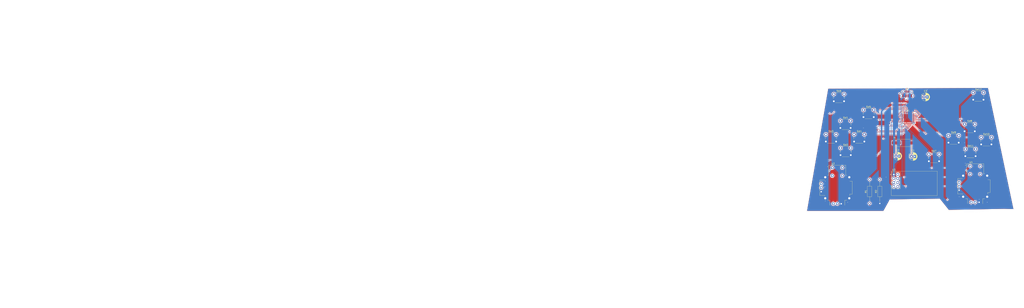
<source format=kicad_pcb>
(kicad_pcb (version 20241229) (generator "pcbnew") (generator_version "9.0")
  (layers (0 "F.Cu" signal) (2 "B.Cu" signal) (13 "F.Paste" user) (15 "B.Paste" user) (5 "F.SilkS" user "F.Silkscreen") (7 "B.SilkS" user "B.Silkscreen") (1 "F.Mask" user) (3 "B.Mask" user) (25 "Edge.Cuts" user))
  (net 0 "")
  (net 1 "GND")
  (net 2 "Net-(U1-XTAL2)")
  (net 3 "Net-(U1-XTAL1)")
  (net 4 "Net-(U1-UCAP)")
  (net 6 "+5V")
  (net 9 "Net-(J1-D-)")
  (net 16 "Net-(J1-D+)")
  (net 17 "Net-(U1-~{RESET})")
  (net 18 "Net-(U1-~{HWB}{slash}PE2)")
  (net 19 "Net-(U1-PD0)")
  (net 20 "Net-(U1-PD1)")
  (net 21 "Net-(U1-PD2)")
  (net 22 "Net-(U1-PD3)")
  (net 23 "Net-(U1-PB0)")
  (net 24 "Net-(U1-PB6)")
  (net 25 "Net-(U1-PB7)")
  (net 26 "Net-(U1-PD4)")
  (net 27 "Net-(U1-PF6)")
  (net 28 "Net-(U1-PD5)")
  (net 29 "Net-(U1-PD7)")
  (net 30 "Net-(U1-PC6)")
  (net 32 "Net-(U1-PB4)")
  (net 33 "Net-(U1-PB3)")
  (net 34 "Net-(U1-PF4)")
  (net 35 "Net-(U1-PD6)")
  (net 36 "Net-(U1-PC7)")
  (net 37 "Net-(U1-PF1)")
  (net 38 "Net-(U1-PF5)")
  (net 39 "Net-(U1-PB5)")
  (net 40 "Net-(U1-PB1)")
  (net 42 "Net-(U1-PF0)")
  (net 44 "Net-(U1-PB2)")
  (net 46 "+3.3V")
  (footprint "Button_Switch_THT:SW_PUSH_6mm_H9.5mm" (layer "F.Cu") (at 80.4938 57.5162)
    (property "Reference" "SW6")
    (property "Value" "lt")
  )
  (footprint "Capacitor_THT:CP_Radial_D5.0mm_P2.00mm" (layer "F.Cu") (at 119.92 96.7994)
    (property "Reference" "C2")
    (property "Value" "22pf")
  )
  (footprint "COM-09032:XDCR_COM-09032" (layer "F.Cu") (at 170.0776 115.8719)
    (property "Reference" "U4")
    (property "Value" "COM-09032")
  )
  (footprint "Button_Switch_THT:SW_PUSH_6mm_H9.5mm" (layer "F.Cu") (at 173.8896 84.872)
    (property "Reference" "SW10")
    (property "Value" "circle")
  )
  (footprint "Button_Switch_THT:SW_PUSH_6mm_H9.5mm" (layer "F.Cu") (at 163.8566 92.3142)
    (property "Reference" "SW11")
    (property "Value" "cross")
  )
  (footprint "Package_DFN_QFN:QFN-44-1EP_7x7mm_P0.5mm_EP5.2x5.2mm" (layer "F.Cu") (at 127.5276 72.7352)
    (property "Reference" "U1")
    (property "Value" "ATmega32U4-M")
  )
  (footprint "Resistor_THT:R_Axial_DIN0207_L6.3mm_D2.5mm_P15.24mm_Horizontal" (layer "F.Cu") (at 103.1748 126.7968 90)
    (property "Reference" "R1")
    (property "Value" "10k")
  )
  (footprint "Button_Switch_THT:SW_PUSH_6mm_H9.5mm" (layer "F.Cu") (at 163.35 76.55)
    (property "Reference" "SW8")
    (property "Value" "triangle")
  )
  (footprint "Capacitor_THT:CP_Radial_D5.0mm_P2.00mm" (layer "F.Cu") (at 129.7244 97.0026)
    (property "Reference" "C1")
    (property "Value" "22pf")
  )
  (footprint "Button_Switch_THT:SW_PUSH_6mm_H9.5mm" (layer "F.Cu") (at 93.35 83.05)
    (property "Reference" "SW4")
    (property "Value" "right")
  )
  (footprint "COM-09032:XDCR_COM-09032" (layer "F.Cu") (at 82.6762 116.8371)
    (property "Reference" "U2")
    (property "Value" "COM-09032")
  )
  (footprint "RF_Module:nRF24L01_Breakout" (layer "F.Cu") (at 118.5031 108.421)
    (property "Reference" "U3")
    (property "Value" "NRF24L01_Breakout")
  )
  (footprint "Button_Switch_THT:SW_PUSH_6mm_H9.5mm" (layer "F.Cu") (at 84.75 91.65)
    (property "Reference" "SW2")
    (property "Value" "down")
  )
  (footprint "Button_Switch_THT:SW_PUSH_6mm_H9.5mm" (layer "F.Cu") (at 140.7172 95.54)
    (property "Reference" "SW7")
    (property "Value" "start")
  )
  (footprint "Button_Switch_THT:SW_PUSH_6mm_H9.5mm" (layer "F.Cu") (at 153.15 83.75)
    (property "Reference" "SW9")
    (property "Value" "square")
  )
  (footprint "Resistor_THT:R_Axial_DIN0207_L6.3mm_D2.5mm_P15.24mm_Horizontal" (layer "F.Cu") (at 109.6518 126.7968 90)
    (property "Reference" "R2")
    (property "Value" "10k")
  )
  (footprint "Capacitor_THT:CP_Radial_D5.0mm_P2.00mm" (layer "F.Cu") (at 137.6527 59.2836)
    (property "Reference" "C3")
    (property "Value" "1uf")
  )
  (footprint "Button_Switch_THT:SW_PUSH_6mm_H9.5mm" (layer "F.Cu") (at 168.8604 56.551)
    (property "Reference" "SW12")
    (property "Value" "rt")
  )
  (footprint "Button_Switch_THT:SW_PUSH_6mm_H9.5mm" (layer "F.Cu") (at 84.65 74.45)
    (property "Reference" "SW1")
    (property "Value" "up")
  )
  (footprint "Button_Switch_THT:SW_PUSH_6mm_H9.5mm" (layer "F.Cu") (at 99.2898 67.5492)
    (property "Reference" "SW5")
    (property "Value" "select")
  )
  (footprint "Connector_USB:USB_Micro-B_Molex-105017-0001" (layer "F.Cu") (at 126.9398 57.3603)
    (property "Reference" "J1")
    (property "Value" "USB_B_Micro")
  )
  (footprint "ABLS2-8.000MHZ-D4Y-T:XTAL_ABLS2-8.000MHZ-D4Y-T" (layer "F.Cu") (at 124.8156 88.3666)
    (property "Reference" "Y1")
    (property "Value" "ABLS2-8.000MHZ-D4Y-T")
  )
  (footprint "Button_Switch_THT:SW_PUSH_6mm_H9.5mm" (layer "F.Cu") (at 75.45 83.05)
    (property "Reference" "SW3")
    (property "Value" "left")
  )
  (gr_line (start 116.2304 124.6886) (end 147.4724 124.206) (stroke (width 0.05)) (layer "Edge.Cuts"))
  (gr_line (start 76.581 53.6448) (end 62.992 131.953) (stroke (width 0.05)) (layer "Edge.Cuts"))
  (gr_line (start 194.8942 130.8354) (end 178.5366 53.1368) (stroke (width 0.05)) (layer "Edge.Cuts"))
  (gr_line (start 188.4172 130.6576) (end 194.8942 130.8354) (stroke (width 0.05)) (layer "Edge.Cuts"))
  (gr_line (start 147.4724 124.206) (end 153.1366 131.318) (stroke (width 0.05)) (layer "Edge.Cuts"))
  (gr_line (start 62.992 131.953) (end 112.1918 131.953) (stroke (width 0.05)) (layer "Edge.Cuts"))
  (gr_line (start 112.1918 131.953) (end 116.2304 124.6886) (stroke (width 0.05)) (layer "Edge.Cuts"))
  (gr_line (start 178.5366 53.1368) (end 76.581 53.6448) (stroke (width 0.05)) (layer "Edge.Cuts"))
  (gr_line (start 153.1366 131.318) (end 188.4172 130.6576) (stroke (width 0.05)) (layer "Edge.Cuts"))
  (segment (start 115.2768 108.421) (end 113.6142 110.0836) (width 0.2) (layer "F.Cu") (net 1))
  (segment (start 132.7087 97.9869) (end 131.7859 97.0641) (width 0.2) (layer "F.Cu") (net 1))
  (segment (start 128.2398 55.8978) (end 128.2398 54.9211) (width 0.2) (layer "F.Cu") (net 1))
  (segment (start 80.4938 62.0162) (end 86.9938 62.0162) (width 0.2) (layer "F.Cu") (net 1))
  (segment (start 172.6176 126.0319) (end 177.6976 126.0319) (width 0.2) (layer "F.Cu") (net 1))
  (segment (start 118.5031 108.421) (end 115.2768 108.421) (width 0.2) (layer "F.Cu") (net 1))
  (segment (start 153.15 88.25) (end 159.65 88.25) (width 0.2) (layer "F.Cu") (net 1))
  (segment (start 130.8651 75.2352) (end 130.2776 75.2352) (width 0.2) (layer "F.Cu") (net 1))
  (segment (start 93.35 87.55) (end 99.85 87.55) (width 0.2) (layer "F.Cu") (net 1))
  (segment (start 162.7128 109.4596) (end 162.4576 109.2044) (width 0.2) (layer "F.Cu") (net 1))
  (segment (start 130.8651 75.2352) (end 130.8651 75.8623) (width 0.2) (layer "F.Cu") (net 1))
  (segment (start 88.3441 126.9971) (end 85.2162 126.9971) (width 0.2) (layer "F.Cu") (net 1))
  (segment (start 168.8604 61.051) (end 175.3604 61.051) (width 0.2) (layer "F.Cu") (net 1))
  (segment (start 90.2962 123.5046) (end 106.3596 123.5046) (width 0.2) (layer "F.Cu") (net 1))
  (segment (start 163.35 81.05) (end 169.85 81.05) (width 0.2) (layer "F.Cu") (net 1))
  (segment (start 99.2898 72.0492) (end 105.7898 72.0492) (width 0.2) (layer "F.Cu") (net 1))
  (segment (start 163.35 88.25) (end 163.35 88.2476) (width 0.2) (layer "F.Cu") (net 1))
  (segment (start 84.75 96.15) (end 91.25 96.15) (width 0.2) (layer "F.Cu") (net 1))
  (segment (start 75.0562 112.6228) (end 75.0824 112.649) (width 0.2) (layer "F.Cu") (net 1))
  (segment (start 81.95 87.55) (end 93.35 87.55) (width 0.2) (layer "F.Cu") (net 1))
  (segment (start 128.2398 57.0334) (end 128.2828 57.0764) (width 0.2) (layer "F.Cu") (net 1))
  (segment (start 129.5276 69.9974) (end 129.5276 69.3977) (width 0.2) (layer "F.Cu") (net 1))
  (segment (start 125.5276 72.2352) (end 125.5276 69.3977) (width 0.2) (layer "F.Cu") (net 1))
  (segment (start 131.7859 97.0641) (end 131.7244 97.0026) (width 0.2) (layer "F.Cu") (net 1))
  (segment (start 83.3917 125.1726) (end 75.0562 125.1726) (width 0.2) (layer "F.Cu") (net 1))
  (segment (start 125.5276 72.2352) (end 126.9928 72.2352) (width 0.2) (layer "F.Cu") (net 1))
  (segment (start 91.15 78.95) (end 99.2898 78.95) (width 0.2) (layer "F.Cu") (net 1))
  (segment (start 126.5276 75.5028) (end 126.5276 76.0727) (width 0.2) (layer "F.Cu") (net 1))
  (segment (start 128.3853 73.6451) (end 128.3853 73.5929) (width 0.2) (layer "F.Cu") (net 1))
  (segment (start 128.2398 55.8978) (end 128.2398 57.0334) (width 0.2) (layer "F.Cu") (net 1))
  (segment (start 89.2302 126.111) (end 88.3441 126.9971) (width 0.2) (layer "F.Cu") (net 1))
  (segment (start 125.5276 69.3977) (end 125.5276 68.7793) (width 0.2) (layer "F.Cu") (net 1))
  (segment (start 128.2398 54.9211) (end 128.5052 54.6557) (width 0.2) (layer "F.Cu") (net 1))
  (segment (start 140.7172 100.04) (end 147.2172 100.04) (width 0.2) (layer "F.Cu") (net 1))
  (segment (start 127.0276 72.2352) (end 127.5276 72.7352) (width 0.2) (layer "F.Cu") (net 1))
  (segment (start 140.6854 97.9869) (end 132.7087 97.9869) (width 0.2) (layer "F.Cu") (net 1))
  (segment (start 85.2162 126.9971) (end 83.3917 125.1726) (width 0.2) (layer "F.Cu") (net 1))
  (segment (start 128.3853 73.5929) (end 127.5276 72.7352) (width 0.2) (layer "F.Cu") (net 1))
  (segment (start 163.8566 96.8142) (end 170.3566 96.8142) (width 0.2) (layer "F.Cu") (net 1))
  (segment (start 75.0562 123.5046) (end 90.2962 123.5046) (width 0.2) (layer "F.Cu") (net 1))
  (segment (start 130.1201 98.7299) (end 121.92 98.7299) (width 0.2) (layer "F.Cu") (net 1))
  (segment (start 128.3853 73.6451) (end 126.5276 75.5028) (width 0.2) (layer "F.Cu") (net 1))
  (segment (start 72.5162 120.9646) (end 75.0562 123.5046) (width 0.2) (layer "F.Cu") (net 1))
  (segment (start 120.0326 72.0492) (end 105.7898 72.0492) (width 0.2) (layer "F.Cu") (net 1))
  (segment (start 177.6976 109.2044) (end 177.4424 109.4596) (width 0.2) (layer "F.Cu") (net 1))
  (segment (start 75.0562 123.5046) (end 81.7237 123.5046) (width 0.2) (layer "F.Cu") (net 1))
  (segment (start 90.2962 123.5046) (end 90.2962 110.1696) (width 0.2) (layer "F.Cu") (net 1))
  (segment (start 162.4576 122.5394) (end 164.1262 124.208) (width 0.2) (layer "F.Cu") (net 1))
  (segment (start 125.5276 72.2352) (end 124.1901 72.2352) (width 0.2) (layer "F.Cu") (net 1))
  (segment (start 128.5052 54.6557) (end 139.6527 54.6557) (width 0.2) (layer "F.Cu") (net 1))
  (segment (start 123.5745 68.5073) (end 120.0326 72.0492) (width 0.2) (layer "F.Cu") (net 1))
  (segment (start 125.2556 68.5073) (end 123.5745 68.5073) (width 0.2) (layer "F.Cu") (net 1))
  (segment (start 163.35 88.25) (end 172.7676 88.25) (width 0.2) (layer "F.Cu") (net 1))
  (segment (start 74.7268 117.1665) (end 72.5162 119.3771) (width 0.2) (layer "F.Cu") (net 1))
  (segment (start 126.9928 72.2352) (end 127.2898 72.2352) (width 0.2) (layer "F.Cu") (net 1))
  (segment (start 74.8538 116.205) (end 74.7268 116.332) (width 0.2) (layer "F.Cu") (net 1))
  (segment (start 163.8566 101.3237) (end 148.5009 101.3237) (width 0.2) (layer "F.Cu") (net 1))
  (segment (start 177.4424 109.4596) (end 162.7128 109.4596) (width 0.2) (layer "F.Cu") (net 1))
  (segment (start 162.4576 122.5394) (end 159.9176 122.5394) (width 0.2) (layer "F.Cu") (net 1))
  (segment (start 75.0562 110.1696) (end 75.0562 112.6228) (width 0.2) (layer "F.Cu") (net 1))
  (segment (start 125.5276 68.7793) (end 125.2556 68.5073) (width 0.2) (layer "F.Cu") (net 1))
  (segment (start 106.3596 123.5046) (end 109.6518 126.7968) (width 0.2) (layer "F.Cu") (net 1))
  (segment (start 131.7859 97.0641) (end 130.1201 98.7299) (width 0.2) (layer "F.Cu") (net 1))
  (segment (start 148.5009 101.3237) (end 147.2172 100.04) (width 0.2) (layer "F.Cu") (net 1))
  (segment (start 126.9928 72.2352) (end 127.0276 72.2352) (width 0.2) (layer "F.Cu") (net 1))
  (segment (start 74.7268 116.332) (end 74.7268 117.1665) (width 0.2) (layer "F.Cu") (net 1))
  (segment (start 172.7676 88.25) (end 173.8896 89.372) (width 0.2) (layer "F.Cu") (net 1))
  (segment (start 81.7237 123.5046) (end 85.2162 126.9971) (width 0.2) (layer "F.Cu") (net 1))
  (segment (start 159.65 88.25) (end 163.35 88.25) (width 0.2) (layer "F.Cu") (net 1))
  (segment (start 128.6875 73.6451) (end 128.3853 73.6451) (width 0.2) (layer "F.Cu") (net 1))
  (segment (start 130.2776 75.2352) (end 128.6875 73.6451) (width 0.2) (layer "F.Cu") (net 1))
  (segment (start 72.5162 119.3771) (end 72.5162 120.9646) (width 0.2) (layer "F.Cu") (net 1))
  (segment (start 127.2898 72.2352) (end 129.5276 69.9974) (width 0.2) (layer "F.Cu") (net 1))
  (segment (start 84.65 78.95) (end 91.15 78.95) (width 0.2) (layer "F.Cu") (net 1))
  (segment (start 164.1262 124.208) (end 172.6176 124.208) (width 0.2) (layer "F.Cu") (net 1))
  (via (at 172.6176 124.208) (size 0.6) (drill 0.3) (layers "F.Cu" "B.Cu") (net 1))
  (via (at 159.9176 122.5394) (size 0.6) (drill 0.3) (layers "F.Cu" "B.Cu") (net 1))
  (via (at 139.6527 54.6557) (size 0.6) (drill 0.3) (layers "F.Cu" "B.Cu") (net 1))
  (via (at 99.2898 78.95) (size 0.6) (drill 0.3) (layers "F.Cu" "B.Cu") (net 1))
  (via (at 74.8538 116.205) (size 0.6) (drill 0.3) (layers "F.Cu" "B.Cu") (net 1))
  (via (at 163.8566 101.3237) (size 0.6) (drill 0.3) (layers "F.Cu" "B.Cu") (net 1))
  (via (at 113.6142 110.0836) (size 0.6) (drill 0.3) (layers "F.Cu" "B.Cu") (net 1))
  (via (at 128.2828 57.0764) (size 0.6) (drill 0.3) (layers "F.Cu" "B.Cu") (net 1))
  (via (at 177.6976 126.0319) (size 0.6) (drill 0.3) (layers "F.Cu" "B.Cu") (net 1))
  (via (at 121.92 98.7299) (size 0.6) (drill 0.3) (layers "F.Cu" "B.Cu") (net 1))
  (via (at 130.8651 75.8623) (size 0.6) (drill 0.3) (layers "F.Cu" "B.Cu") (net 1))
  (via (at 163.35 88.2476) (size 0.6) (drill 0.3) (layers "F.Cu" "B.Cu") (net 1))
  (via (at 140.6854 97.9869) (size 0.6) (drill 0.3) (layers "F.Cu" "B.Cu") (net 1))
  (via (at 75.0824 112.649) (size 0.6) (drill 0.3) (layers "F.Cu" "B.Cu") (net 1))
  (via (at 89.2302 126.111) (size 0.6) (drill 0.3) (layers "F.Cu" "B.Cu") (net 1))
  (via (at 75.0562 125.1726) (size 0.6) (drill 0.3) (layers "F.Cu" "B.Cu") (net 1))
  (segment (start 140.7172 100.04) (end 140.6854 100.0082) (width 0.2) (layer "B.Cu") (net 1))
  (segment (start 75.0824 112.649) (end 75.0824 115.9764) (width 0.2) (layer "B.Cu") (net 1))
  (segment (start 90.2962 125.045) (end 89.2302 126.111) (width 0.2) (layer "B.Cu") (net 1))
  (segment (start 168.5287 61.3827) (end 168.8604 61.051) (width 0.2) (layer "B.Cu") (net 1))
  (segment (start 177.6976 122.5394) (end 177.6976 109.2044) (width 0.2) (layer "B.Cu") (net 1))
  (segment (start 84.65 78.95) (end 86.9938 76.6062) (width 0.2) (layer "B.Cu") (net 1))
  (segment (start 112.5734 123.8752) (end 109.6518 126.7968) (width 0.2) (layer "B.Cu") (net 1))
  (segment (start 93.35 94.05) (end 91.25 96.15) (width 0.2) (layer "B.Cu") (net 1))
  (segment (start 90.2962 123.5046) (end 90.2962 125.045) (width 0.2) (layer "B.Cu") (net 1))
  (segment (start 86.9938 76.6062) (end 86.9938 62.0162) (width 0.2) (layer "B.Cu") (net 1))
  (segment (start 139.6527 59.2836) (end 139.6527 54.6557) (width 0.2) (layer "B.Cu") (net 1))
  (segment (start 163.35 88.2476) (end 162.5549 89.0427) (width 0.2) (layer "B.Cu") (net 1))
  (segment (start 162.5549 89.0427) (end 162.5549 95.5125) (width 0.2) (layer "B.Cu") (net 1))
  (segment (start 75.0824 115.9764) (end 74.8538 116.205) (width 0.2) (layer "B.Cu") (net 1))
  (segment (start 121.92 98.7299) (end 118.5031 102.1468) (width 0.2) (layer "B.Cu") (net 1))
  (segment (start 75.0562 123.5046) (end 75.0562 125.1726) (width 0.2) (layer "B.Cu") (net 1))
  (segment (start 93.35 87.55) (end 93.35 94.05) (width 0.2) (layer "B.Cu") (net 1))
  (segment (start 163.8566 101.3237) (end 163.8566 96.8142) (width 0.2) (layer "B.Cu") (net 1))
  (segment (start 162.4576 102.7227) (end 163.8566 101.3237) (width 0.2) (layer "B.Cu") (net 1))
  (segment (start 91.15 85.35) (end 91.15 78.95) (width 0.2) (layer "B.Cu") (net 1))
  (segment (start 113.6142 110.0836) (end 112.5734 111.1244) (width 0.2) (layer "B.Cu") (net 1))
  (segment (start 90.2962 97.1038) (end 91.25 96.15) (width 0.2) (layer "B.Cu") (net 1))
  (segment (start 99.2898 72.0492) (end 99.2898 78.95) (width 0.2) (layer "B.Cu") (net 1))
  (segment (start 172.6176 126.0319) (end 172.6176 124.208) (width 0.2) (layer "B.Cu") (net 1))
  (segment (start 90.2962 110.1696) (end 90.2962 97.1038) (width 0.2) (layer "B.Cu") (net 1))
  (segment (start 140.6854 100.0082) (end 140.6854 97.9869) (width 0.2) (layer "B.Cu") (net 1))
  (segment (start 121.92 96.7994) (end 121.92 98.7299) (width 0.2) (layer "B.Cu") (net 1))
  (segment (start 118.5031 102.1468) (end 118.5031 107.2693) (width 0.2) (layer "B.Cu") (net 1))
  (segment (start 159.9176 118.4119) (end 159.9176 122.5394) (width 0.2) (layer "B.Cu") (net 1))
  (segment (start 128.2828 73.28) (end 128.2828 57.0764) (width 0.2) (layer "B.Cu") (net 1))
  (segment (start 169.85 81.05) (end 168.5287 79.7287) (width 0.2) (layer "B.Cu") (net 1))
  (segment (start 162.5549 95.5125) (end 163.8566 96.8142) (width 0.2) (layer "B.Cu") (net 1))
  (segment (start 93.35 87.55) (end 91.15 85.35) (width 0.2) (layer "B.Cu") (net 1))
  (segment (start 112.5734 111.1244) (end 112.5734 123.8752) (width 0.2) (layer "B.Cu") (net 1))
  (segment (start 177.6976 122.5394) (end 177.6976 126.0319) (width 0.2) (layer "B.Cu") (net 1))
  (segment (start 162.4576 109.2044) (end 162.4576 102.7227) (width 0.2) (layer "B.Cu") (net 1))
  (segment (start 118.5031 108.421) (end 118.5031 107.2693) (width 0.2) (layer "B.Cu") (net 1))
  (segment (start 163.35 81.05) (end 163.35 88.2476) (width 0.2) (layer "B.Cu") (net 1))
  (segment (start 130.8651 75.8623) (end 128.2828 73.28) (width 0.2) (layer "B.Cu") (net 1))
  (segment (start 168.5287 79.7287) (end 168.5287 61.3827) (width 0.2) (layer "B.Cu") (net 1))
  (segment (start 129.5656 88.3666) (end 129.5656 89.7183) (width 0.2) (layer "F.Cu") (net 2))
  (segment (start 127.0276 76.7437) (end 127.0276 76.0727) (width 0.2) (layer "F.Cu") (net 2))
  (segment (start 129.7244 89.8771) (end 129.5656 89.7183) (width 0.2) (layer "F.Cu") (net 2))
  (segment (start 125.6799 78.0914) (end 127.0276 76.7437) (width 0.2) (layer "F.Cu") (net 2))
  (segment (start 129.7244 97.0026) (end 129.7244 89.8771) (width 0.2) (layer "F.Cu") (net 2))
  (via (at 125.6799 78.0914) (size 0.6) (drill 0.3) (layers "F.Cu" "B.Cu") (net 2))
  (segment (start 129.7244 97.0026) (end 129.7244 82.1359) (width 0.2) (layer "B.Cu") (net 2))
  (segment (start 129.7244 82.1359) (end 125.6799 78.0914) (width 0.2) (layer "B.Cu") (net 2))
  (segment (start 124.9132 79.7657) (end 127.5276 77.1513) (width 0.2) (layer "F.Cu") (net 3))
  (segment (start 127.5276 77.1513) (end 127.5276 76.0727) (width 0.2) (layer "F.Cu") (net 3))
  (segment (start 119.92 89.8639) (end 120.0656 89.7183) (width 0.2) (layer "F.Cu") (net 3))
  (segment (start 120.6246 80.0354) (end 120.8943 79.7657) (width 0.2) (layer "F.Cu") (net 3))
  (segment (start 120.0656 88.3666) (end 120.0656 89.7183) (width 0.2) (layer "F.Cu") (net 3))
  (segment (start 120.8943 79.7657) (end 124.9132 79.7657) (width 0.2) (layer "F.Cu") (net 3))
  (segment (start 119.92 96.7994) (end 119.92 89.8639) (width 0.2) (layer "F.Cu") (net 3))
  (via (at 120.6246 80.0354) (size 0.6) (drill 0.3) (layers "F.Cu" "B.Cu") (net 3))
  (segment (start 119.92 96.7994) (end 119.92 80.74) (width 0.2) (layer "B.Cu") (net 3))
  (segment (start 119.92 80.74) (end 120.6246 80.0354) (width 0.2) (layer "B.Cu") (net 3))
  (segment (start 126.1996 60.8733) (end 134.9613 60.8733) (width 0.2) (layer "F.Cu") (net 4))
  (segment (start 124.1901 72.7352) (end 123.0636 72.7352) (width 0.2) (layer "F.Cu") (net 4))
  (segment (start 134.9613 60.8733) (end 136.551 59.2836) (width 0.2) (layer "F.Cu") (net 4))
  (segment (start 123.0636 72.7352) (end 122.9443 72.6159) (width 0.2) (layer "F.Cu") (net 4))
  (segment (start 137.6527 59.2836) (end 136.551 59.2836) (width 0.2) (layer "F.Cu") (net 4))
  (via (at 126.1996 60.8733) (size 0.6) (drill 0.3) (layers "F.Cu" "B.Cu") (net 4))
  (via (at 122.9443 72.6159) (size 0.6) (drill 0.3) (layers "F.Cu" "B.Cu") (net 4))
  (segment (start 123.2344 70.3949) (end 123.4358 70.5963) (width 0.2) (layer "B.Cu") (net 4))
  (segment (start 123.4358 70.5963) (end 123.4358 72.1244) (width 0.2) (layer "B.Cu") (net 4))
  (segment (start 126.1996 60.8733) (end 123.2344 63.8385) (width 0.2) (layer "B.Cu") (net 4))
  (segment (start 123.4358 72.1244) (end 122.9443 72.6159) (width 0.2) (layer "B.Cu") (net 4))
  (segment (start 123.2344 63.8385) (end 123.2344 70.3949) (width 0.2) (layer "B.Cu") (net 4))
  (segment (start 125.6398 55.8978) (end 125.6398 54.7405) (width 0.2) (layer "F.Cu") (net 6))
  (segment (start 123.4291 70.7352) (end 123.3274 70.6335) (width 0.2) (layer "F.Cu") (net 6))
  (segment (start 83.8715 128.1924) (end 82.6762 126.9971) (width 0.2) (layer "F.Cu") (net 6))
  (segment (start 126.0276 76.0727) (end 126.0276 76.7394) (width 0.2) (layer "F.Cu") (net 6))
  (segment (start 126.0922 115.8719) (end 123.5441 115.8719) (width 0.2) (layer "F.Cu") (net 6))
  (segment (start 102.9131 128.1924) (end 83.8715 128.1924) (width 0.2) (layer "F.Cu") (net 6))
  (segment (start 111.4853 127.9307) (end 103.1748 127.9307) (width 0.2) (layer "F.Cu") (net 6))
  (segment (start 130.7573 69.3428) (end 130.0825 69.3428) (width 0.2) (layer "F.Cu") (net 6))
  (segment (start 131.437 74.7352) (end 131.7045 75.0027) (width 0.2) (layer "F.Cu") (net 6))
  (segment (start 123.5441 115.8719) (end 111.4853 127.9307) (width 0.2) (layer "F.Cu") (net 6))
  (segment (start 122.5565 70.6335) (end 121.5662 71.6238) (width 0.2) (layer "F.Cu") (net 6))
  (segment (start 76.5002 112.8531) (end 76.5002 107.1381) (width 0.2) (layer "F.Cu") (net 6))
  (segment (start 125.6398 54.7405) (end 126.4743 53.906) (width 0.2) (layer "F.Cu") (net 6))
  (segment (start 123.3274 70.6335) (end 122.5565 70.6335) (width 0.2) (layer "F.Cu") (net 6))
  (segment (start 121.5662 71.6238) (end 121.5662 72.0886) (width 0.2) (layer "F.Cu") (net 6))
  (segment (start 159.9176 115.8719) (end 126.0922 115.8719) (width 0.2) (layer "F.Cu") (net 6))
  (segment (start 72.5162 116.8371) (end 76.5002 112.8531) (width 0.2) (layer "F.Cu") (net 6))
  (segment (start 121.5662 72.0886) (end 122.7128 73.2352) (width 0.2) (layer "F.Cu") (net 6))
  (segment (start 126.0276 76.7394) (end 124.2269 78.5401) (width 0.2) (layer "F.Cu") (net 6))
  (segment (start 131.7045 75.0027) (end 131.7045 75.732) (width 0.2) (layer "F.Cu") (net 6))
  (segment (start 123.3274 70.0039) (end 123.7319 69.5994) (width 0.2) (layer "F.Cu") (net 6))
  (segment (start 124.1901 70.7352) (end 123.4291 70.7352) (width 0.2) (layer "F.Cu") (net 6))
  (segment (start 123.7319 69.5994) (end 123.837 69.5994) (width 0.2) (layer "F.Cu") (net 6))
  (segment (start 123.3274 70.6335) (end 123.3274 70.0039) (width 0.2) (layer "F.Cu") (net 6))
  (segment (start 124.2269 78.5401) (end 121.9101 78.5401) (width 0.2) (layer "F.Cu") (net 6))
  (segment (start 103.1748 126.7968) (end 103.1748 127.9307) (width 0.2) (layer "F.Cu") (net 6))
  (segment (start 123.837 69.5994) (end 124.0387 69.3977) (width 0.2) (layer "F.Cu") (net 6))
  (segment (start 124.0387 69.3977) (end 125.0276 69.3977) (width 0.2) (layer "F.Cu") (net 6))
  (segment (start 76.5002 107.1381) (end 79.5012 104.1371) (width 0.2) (layer "F.Cu") (net 6))
  (segment (start 126.4743 53.906) (end 127.2107 53.906) (width 0.2) (layer "F.Cu") (net 6))
  (segment (start 122.7128 73.2352) (end 124.1901 73.2352) (width 0.2) (layer "F.Cu") (net 6))
  (segment (start 130.0825 69.3428) (end 130.0276 69.3977) (width 0.2) (layer "F.Cu") (net 6))
  (segment (start 103.1748 127.9307) (end 102.9131 128.1924) (width 0.2) (layer "F.Cu") (net 6))
  (segment (start 130.8651 74.7352) (end 131.437 74.7352) (width 0.2) (layer "F.Cu") (net 6))
  (via (at 127.2107 53.906) (size 0.6) (drill 0.3) (layers "F.Cu" "B.Cu") (net 6))
  (via (at 131.7045 75.732) (size 0.6) (drill 0.3) (layers "F.Cu" "B.Cu") (net 6))
  (via (at 121.9101 78.5401) (size 0.6) (drill 0.3) (layers "F.Cu" "B.Cu") (net 6))
  (via (at 124.2269 78.5401) (size 0.6) (drill 0.3) (layers "F.Cu" "B.Cu") (net 6))
  (via (at 126.0922 115.8719) (size 0.6) (drill 0.3) (layers "F.Cu" "B.Cu") (net 6))
  (via (at 123.837 69.5994) (size 0.6) (drill 0.3) (layers "F.Cu" "B.Cu") (net 6))
  (via (at 130.7573 69.3428) (size 0.6) (drill 0.3) (layers "F.Cu" "B.Cu") (net 6))
  (segment (start 125.0611 64.6593) (end 127.2107 62.5097) (width 0.2) (layer "B.Cu") (net 6))
  (segment (start 130.6303 76.4942) (end 126.815 72.6789) (width 0.2) (layer "B.Cu") (net 6))
  (segment (start 123.837 69.5994) (end 123.9309 69.6933) (width 0.2) (layer "B.Cu") (net 6))
  (segment (start 126.815 66.4132) (end 125.0611 64.6593) (width 0.2) (layer "B.Cu") (net 6))
  (segment (start 123.837 69.5994) (end 123.837 65.3204) (width 0.2) (layer "B.Cu") (net 6))
  (segment (start 127.2107 62.5097) (end 127.2107 53.906) (width 0.2) (layer "B.Cu") (net 6))
  (segment (start 123.837 65.3204) (end 124.4981 64.6593) (width 0.2) (layer "B.Cu") (net 6))
  (segment (start 124.2269 78.5401) (end 124.2269 114.0066) (width 0.2) (layer "B.Cu") (net 6))
  (segment (start 130.7573 74.7848) (end 130.7573 69.3428) (width 0.2) (layer "B.Cu") (net 6))
  (segment (start 124.4981 64.6593) (end 125.0611 64.6593) (width 0.2) (layer "B.Cu") (net 6))
  (segment (start 123.9309 72.6596) (end 121.9101 74.6804) (width 0.2) (layer "B.Cu") (net 6))
  (segment (start 131.102 76.4942) (end 130.6303 76.4942) (width 0.2) (layer "B.Cu") (net 6))
  (segment (start 164.4568 105.6177) (end 166.9026 103.1719) (width 0.2) (layer "B.Cu") (net 6))
  (segment (start 123.9309 69.6933) (end 123.9309 72.6596) (width 0.2) (layer "B.Cu") (net 6))
  (segment (start 164.4568 111.3327) (end 164.4568 105.6177) (width 0.2) (layer "B.Cu") (net 6))
  (segment (start 159.9176 115.8719) (end 164.4568 111.3327) (width 0.2) (layer "B.Cu") (net 6))
  (segment (start 131.7045 75.8917) (end 131.102 76.4942) (width 0.2) (layer "B.Cu") (net 6))
  (segment (start 82.6762 107.3121) (end 79.5012 104.1371) (width 0.2) (layer "B.Cu") (net 6))
  (segment (start 131.7045 75.732) (end 131.7045 75.8917) (width 0.2) (layer "B.Cu") (net 6))
  (segment (start 126.815 72.6789) (end 126.815 66.4132) (width 0.2) (layer "B.Cu") (net 6))
  (segment (start 170.0776 126.0319) (end 159.9176 115.8719) (width 0.2) (layer "B.Cu") (net 6))
  (segment (start 82.6762 126.9971) (end 82.6762 107.3121) (width 0.2) (layer "B.Cu") (net 6))
  (segment (start 131.7045 75.732) (end 130.7573 74.7848) (width 0.2) (layer "B.Cu") (net 6))
  (segment (start 121.9101 74.6804) (end 121.9101 78.5401) (width 0.2) (layer "B.Cu") (net 6))
  (segment (start 124.2269 114.0066) (end 126.0922 115.8719) (width 0.2) (layer "B.Cu") (net 6))
  (segment (start 126.3679 54.9211) (end 126.5788 54.7102) (width 0.2) (layer "F.Cu") (net 9))
  (segment (start 124.1901 71.2352) (end 122.8092 71.2352) (width 0.2) (layer "F.Cu") (net 9))
  (segment (start 126.2898 55.8978) (end 126.2898 54.9211) (width 0.2) (layer "F.Cu") (net 9))
  (segment (start 126.2898 54.9211) (end 126.3679 54.9211) (width 0.2) (layer "F.Cu") (net 9))
  (via (at 126.5788 54.7102) (size 0.6) (drill 0.3) (layers "F.Cu" "B.Cu") (net 9))
  (via (at 122.8092 71.2352) (size 0.6) (drill 0.3) (layers "F.Cu" "B.Cu") (net 9))
  (segment (start 126.5788 58.9044) (end 122.8092 62.674) (width 0.2) (layer "B.Cu") (net 9))
  (segment (start 122.8092 62.674) (end 122.8092 71.2352) (width 0.2) (layer "B.Cu") (net 9))
  (segment (start 126.5788 54.7102) (end 126.5788 58.9044) (width 0.2) (layer "B.Cu") (net 9))
  (segment (start 126.9398 56.8745) (end 126.766 57.0483) (width 0.2) (layer "F.Cu") (net 16))
  (segment (start 123.2835 71.8369) (end 123.3852 71.7352) (width 0.2) (layer "F.Cu") (net 16))
  (segment (start 126.766 57.0483) (end 122.1162 57.0483) (width 0.2) (layer "F.Cu") (net 16))
  (segment (start 122.2179 71.8369) (end 123.2835 71.8369) (width 0.2) (layer "F.Cu") (net 16))
  (segment (start 123.3852 71.7352) (end 124.1901 71.7352) (width 0.2) (layer "F.Cu") (net 16))
  (segment (start 126.9398 55.8978) (end 126.9398 56.8745) (width 0.2) (layer "F.Cu") (net 16))
  (via (at 122.2179 71.8369) (size 0.6) (drill 0.3) (layers "F.Cu" "B.Cu") (net 16))
  (via (at 122.1162 57.0483) (size 0.6) (drill 0.3) (layers "F.Cu" "B.Cu") (net 16))
  (segment (start 122.1162 57.0483) (end 122.1162 71.7352) (width 0.2) (layer "B.Cu") (net 16))
  (segment (start 122.1162 71.7352) (end 122.2179 71.8369) (width 0.2) (layer "B.Cu") (net 16))
  (segment (start 124.2704 77.9109) (end 108.3938 77.9109) (width 0.2) (layer "F.Cu") (net 17))
  (segment (start 125.5276 76.0727) (end 125.5276 76.6537) (width 0.2) (layer "F.Cu") (net 17))
  (segment (start 125.5276 76.6537) (end 124.2704 77.9109) (width 0.2) (layer "F.Cu") (net 17))
  (via (at 108.3938 77.9109) (size 0.6) (drill 0.3) (layers "F.Cu" "B.Cu") (net 17))
  (segment (start 108.3938 77.9109) (end 108.3938 105.2361) (width 0.2) (layer "B.Cu") (net 17))
  (segment (start 108.3938 105.2361) (end 103.1748 110.4551) (width 0.2) (layer "B.Cu") (net 17))
  (segment (start 103.1748 111.5568) (end 103.1748 110.4551) (width 0.2) (layer "B.Cu") (net 17))
  (segment (start 132.1415 67.2953) (end 110.0747 67.2953) (width 0.2) (layer "F.Cu") (net 18))
  (segment (start 132.2578 69.8673) (end 133.2022 68.9229) (width 0.2) (layer "F.Cu") (net 18))
  (segment (start 133.2022 68.356) (end 132.1415 67.2953) (width 0.2) (layer "F.Cu") (net 18))
  (segment (start 130.8651 70.2352) (end 131.233 69.8673) (width 0.2) (layer "F.Cu") (net 18))
  (segment (start 131.233 69.8673) (end 132.2578 69.8673) (width 0.2) (layer "F.Cu") (net 18))
  (segment (start 133.2022 68.9229) (end 133.2022 68.356) (width 0.2) (layer "F.Cu") (net 18))
  (segment (start 110.0747 67.2953) (end 109.881 67.489) (width 0.2) (layer "F.Cu") (net 18))
  (via (at 109.881 67.489) (size 0.6) (drill 0.3) (layers "F.Cu" "B.Cu") (net 18))
  (segment (start 109.6518 111.5568) (end 109.6518 67.7182) (width 0.2) (layer "B.Cu") (net 18))
  (segment (start 109.6518 67.7182) (end 109.881 67.489) (width 0.2) (layer "B.Cu") (net 18))
  (segment (start 128.0276 76.0727) (end 128.0276 77.2496) (width 0.2) (layer "F.Cu") (net 19))
  (segment (start 125.1098 80.1674) (end 124.5418 80.1674) (width 0.2) (layer "F.Cu") (net 19))
  (segment (start 124.5418 80.1674) (end 123.9812 80.728) (width 0.2) (layer "F.Cu") (net 19))
  (segment (start 123.9812 80.728) (end 109.8057 80.728) (width 0.2) (layer "F.Cu") (net 19))
  (segment (start 128.0276 77.2496) (end 125.1098 80.1674) (width 0.2) (layer "F.Cu") (net 19))
  (segment (start 84.65 74.45) (end 91.15 74.45) (width 0.2) (layer "F.Cu") (net 19))
  (segment (start 109.8057 80.728) (end 103.5277 74.45) (width 0.2) (layer "F.Cu") (net 19))
  (segment (start 103.5277 74.45) (end 91.15 74.45) (width 0.2) (layer "F.Cu") (net 19))
  (segment (start 124.9909 80.5691) (end 125.1109 80.6891) (width 0.2) (layer "F.Cu") (net 20))
  (segment (start 125.1109 80.6891) (end 125.1935 80.6891) (width 0.2) (layer "F.Cu") (net 20))
  (segment (start 90.5118 81.1297) (end 124.1475 81.1297) (width 0.2) (layer "F.Cu") (net 20))
  (segment (start 91.25 91.65) (end 84.75 91.65) (width 0.2) (layer "F.Cu") (net 20))
  (segment (start 128.5276 77.355) (end 128.5276 76.0727) (width 0.2) (layer "F.Cu") (net 20))
  (segment (start 124.1475 81.1297) (end 124.7081 80.5691) (width 0.2) (layer "F.Cu") (net 20))
  (segment (start 125.1935 80.6891) (end 128.5276 77.355) (width 0.2) (layer "F.Cu") (net 20))
  (segment (start 124.7081 80.5691) (end 124.9909 80.5691) (width 0.2) (layer "F.Cu") (net 20))
  (via (at 90.5118 81.1297) (size 0.6) (drill 0.3) (layers "F.Cu" "B.Cu") (net 20))
  (segment (start 91.25 91.65) (end 90.5118 90.9118) (width 0.2) (layer "B.Cu") (net 20))
  (segment (start 90.5118 90.9118) (end 90.5118 81.1297) (width 0.2) (layer "B.Cu") (net 20))
  (segment (start 124.7505 81.1321) (end 125.3185 81.1321) (width 0.2) (layer "F.Cu") (net 21))
  (segment (start 128.9293 77.5213) (end 128.9293 76.9533) (width 0.2) (layer "F.Cu") (net 21))
  (segment (start 125.3185 81.1321) (end 128.9293 77.5213) (width 0.2) (layer "F.Cu") (net 21))
  (segment (start 124.1343 81.7483) (end 124.7505 81.1321) (width 0.2) (layer "F.Cu") (net 21))
  (segment (start 128.9293 76.9533) (end 129.0276 76.855) (width 0.2) (layer "F.Cu") (net 21))
  (segment (start 81.95 83.05) (end 83.2517 81.7483) (width 0.2) (layer "F.Cu") (net 21))
  (segment (start 129.0276 76.855) (end 129.0276 76.0727) (width 0.2) (layer "F.Cu") (net 21))
  (segment (start 83.2517 81.7483) (end 124.1343 81.7483) (width 0.2) (layer "F.Cu") (net 21))
  (segment (start 129.5276 77.491) (end 129.5276 76.0727) (width 0.2) (layer "F.Cu") (net 22))
  (segment (start 99.85 83.05) (end 123.9686 83.05) (width 0.2) (layer "F.Cu") (net 22))
  (segment (start 123.9686 83.05) (end 129.5276 77.491) (width 0.2) (layer "F.Cu") (net 22))
  (segment (start 93.35 83.05) (end 99.85 83.05) (width 0.2) (layer "F.Cu") (net 22))
  (segment (start 124.1901 73.7352) (end 109.0395 73.7352) (width 0.2) (layer "F.Cu") (net 23))
  (segment (start 105.7898 67.5492) (end 99.2898 67.5492) (width 0.2) (layer "F.Cu") (net 23))
  (via (at 109.0395 73.7352) (size 0.6) (drill 0.3) (layers "F.Cu" "B.Cu") (net 23))
  (segment (start 109.0395 70.7989) (end 109.0395 73.7352) (width 0.2) (layer "B.Cu") (net 23))
  (segment (start 105.7898 67.5492) (end 109.0395 70.7989) (width 0.2) (layer "B.Cu") (net 23))
  (segment (start 132.3985 66.2904) (end 123.9061 66.2904) (width 0.2) (layer "F.Cu") (net 24))
  (segment (start 130.9274 71.7975) (end 132.4948 71.7975) (width 0.2) (layer "F.Cu") (net 24))
  (segment (start 134.0569 67.9488) (end 132.3985 66.2904) (width 0.2) (layer "F.Cu") (net 24))
  (segment (start 132.4948 71.7975) (end 134.0569 70.2354) (width 0.2) (layer "F.Cu") (net 24))
  (segment (start 130.8651 71.7352) (end 130.9274 71.7975) (width 0.2) (layer "F.Cu") (net 24))
  (segment (start 86.9938 57.5162) (end 80.4938 57.5162) (width 0.2) (layer "F.Cu") (net 24))
  (segment (start 123.8463 66.2306) (end 95.7082 66.2306) (width 0.2) (layer "F.Cu") (net 24))
  (segment (start 134.0569 70.2354) (end 134.0569 67.9488) (width 0.2) (layer "F.Cu") (net 24))
  (segment (start 123.9061 66.2904) (end 123.8463 66.2306) (width 0.2) (layer "F.Cu") (net 24))
  (segment (start 95.7082 66.2306) (end 86.9938 57.5162) (width 0.2) (layer "F.Cu") (net 24))
  (segment (start 125.0276 76.0727) (end 124.3915 76.0727) (width 0.2) (layer "F.Cu") (net 25))
  (segment (start 147.2172 95.54) (end 140.7172 95.54) (width 0.2) (layer "F.Cu") (net 25))
  (via (at 124.3915 76.0727) (size 0.6) (drill 0.3) (layers "F.Cu" "B.Cu") (net 25))
  (segment (start 124.3915 76.0727) (end 124.5622 76.0727) (width 0.2) (layer "B.Cu") (net 25))
  (segment (start 124.5622 76.0727) (end 140.7172 92.2277) (width 0.2) (layer "B.Cu") (net 25))
  (segment (start 140.7172 92.2277) (end 140.7172 95.54) (width 0.2) (layer "B.Cu") (net 25))
  (segment (start 160.0188 74.2352) (end 162.3336 76.55) (width 0.2) (layer "F.Cu") (net 26))
  (segment (start 169.85 76.55) (end 163.35 76.55) (width 0.2) (layer "F.Cu") (net 26))
  (segment (start 130.8651 74.2352) (end 160.0188 74.2352) (width 0.2) (layer "F.Cu") (net 26))
  (segment (start 162.3336 76.55) (end 163.35 76.55) (width 0.2) (layer "F.Cu") (net 26))
  (segment (start 128.8025 68.5242) (end 131.4698 68.5242) (width 0.2) (layer "F.Cu") (net 27))
  (segment (start 159.65 83.75) (end 153.15 83.75) (width 0.2) (layer "F.Cu") (net 27))
  (segment (start 131.5933 68.6477) (end 132.5869 68.6477) (width 0.2) (layer "F.Cu") (net 27))
  (segment (start 140.0618 83.75) (end 138.8364 82.5246) (width 0.2) (layer "F.Cu") (net 27))
  (segment (start 153.15 83.75) (end 140.0618 83.75) (width 0.2) (layer "F.Cu") (net 27))
  (segment (start 131.4698 68.5242) (end 131.5933 68.6477) (width 0.2) (layer "F.Cu") (net 27))
  (segment (start 128.5276 69.3977) (end 128.5276 68.7991) (width 0.2) (layer "F.Cu") (net 27))
  (segment (start 128.5276 68.7991) (end 128.8025 68.5242) (width 0.2) (layer "F.Cu") (net 27))
  (via (at 132.5869 68.6477) (size 0.6) (drill 0.3) (layers "F.Cu" "B.Cu") (net 27))
  (via (at 138.8364 82.5246) (size 0.6) (drill 0.3) (layers "F.Cu" "B.Cu") (net 27))
  (segment (start 134.9281 78.6163) (end 134.9281 70.9889) (width 0.2) (layer "B.Cu") (net 27))
  (segment (start 138.8364 82.5246) (end 134.9281 78.6163) (width 0.2) (layer "B.Cu") (net 27))
  (segment (start 134.9281 70.9889) (end 132.5869 68.6477) (width 0.2) (layer "B.Cu") (net 27))
  (segment (start 160.5613 81.9169) (end 163.5164 84.872) (width 0.2) (layer "F.Cu") (net 28))
  (segment (start 135.8718 81.9169) (end 160.5613 81.9169) (width 0.2) (layer "F.Cu") (net 28))
  (segment (start 163.5164 84.872) (end 173.8896 84.872) (width 0.2) (layer "F.Cu") (net 28))
  (segment (start 130.0276 76.0727) (end 135.8718 81.9169) (width 0.2) (layer "F.Cu") (net 28))
  (segment (start 161.2894 73.2264) (end 130.8739 73.2264) (width 0.2) (layer "F.Cu") (net 29))
  (segment (start 170.3566 92.3142) (end 163.8566 92.3142) (width 0.2) (layer "F.Cu") (net 29))
  (segment (start 130.8739 73.2264) (end 130.8651 73.2352) (width 0.2) (layer "F.Cu") (net 29))
  (via (at 161.2894 73.2264) (size 0.6) (drill 0.3) (layers "F.Cu" "B.Cu") (net 29))
  (segment (start 161.2894 77.0518) (end 161.2894 73.2264) (width 0.2) (layer "B.Cu") (net 29))
  (segment (start 163.8566 92.3142) (end 164.6517 91.5191) (width 0.2) (layer "B.Cu") (net 29))
  (segment (start 164.6517 91.5191) (end 164.6517 80.4141) (width 0.2) (layer "B.Cu") (net 29))
  (segment (start 164.6517 80.4141) (end 161.2894 77.0518) (width 0.2) (layer "B.Cu") (net 29))
  (segment (start 133.6245 69.6014) (end 133.6245 68.1533) (width 0.2) (layer "F.Cu") (net 30))
  (segment (start 132.3285 71.3958) (end 132.681 71.0433) (width 0.2) (layer "F.Cu") (net 30))
  (segment (start 132.681 71.0433) (end 132.681 70.5449) (width 0.2) (layer "F.Cu") (net 30))
  (segment (start 109.6028 66.8657) (end 107.6176 68.8509) (width 0.2) (layer "F.Cu") (net 30))
  (segment (start 131.8286 71.3958) (end 132.3285 71.3958) (width 0.2) (layer "F.Cu") (net 30))
  (segment (start 133.6245 68.1533) (end 132.3369 66.8657) (width 0.2) (layer "F.Cu") (net 30))
  (segment (start 131.668 71.2352) (end 131.8286 71.3958) (width 0.2) (layer "F.Cu") (net 30))
  (segment (start 107.6176 68.8509) (end 80.6483 68.8509) (width 0.2) (layer "F.Cu") (net 30))
  (segment (start 130.8651 71.2352) (end 131.668 71.2352) (width 0.2) (layer "F.Cu") (net 30))
  (segment (start 132.3369 66.8657) (end 109.6028 66.8657) (width 0.2) (layer "F.Cu") (net 30))
  (segment (start 132.681 70.5449) (end 133.6245 69.6014) (width 0.2) (layer "F.Cu") (net 30))
  (via (at 80.6483 68.8509) (size 0.6) (drill 0.3) (layers "F.Cu" "B.Cu") (net 30))
  (segment (start 79.5012 109.2171) (end 78.2789 107.9948) (width 0.2) (layer "B.Cu") (net 30))
  (segment (start 78.2789 107.9948) (end 78.2789 71.2203) (width 0.2) (layer "B.Cu") (net 30))
  (segment (start 78.2789 71.2203) (end 80.6483 68.8509) (width 0.2) (layer "B.Cu") (net 30))
  (segment (start 130.8651 72.7352) (end 132.708 72.7352) (width 0.2) (layer "F.Cu") (net 32))
  (segment (start 132.5656 65.2624) (end 124.813 65.2624) (width 0.2) (layer "F.Cu") (net 32))
  (segment (start 132.708 72.7352) (end 134.9162 70.527) (width 0.2) (layer "F.Cu") (net 32))
  (segment (start 134.9162 70.527) (end 134.9162 67.613) (width 0.2) (layer "F.Cu") (net 32))
  (segment (start 134.9162 67.613) (end 132.5656 65.2624) (width 0.2) (layer "F.Cu") (net 32))
  (via (at 124.813 65.2624) (size 0.6) (drill 0.3) (layers "F.Cu" "B.Cu") (net 32))
  (segment (start 123.3647 77.2446) (end 123.5153 77.3952) (width 0.2) (layer "B.Cu") (net 32))
  (segment (start 124.813 72.5911) (end 123.3647 74.0394) (width 0.2) (layer "B.Cu") (net 32))
  (segment (start 123.5153 77.3952) (end 123.5153 108.4888) (width 0.2) (layer "B.Cu") (net 32))
  (segment (start 124.813 65.2624) (end 124.813 72.5911) (width 0.2) (layer "B.Cu") (net 32))
  (segment (start 123.3647 74.0394) (end 123.3647 77.2446) (width 0.2) (layer "B.Cu") (net 32))
  (segment (start 123.5153 108.4888) (end 121.0431 110.961) (width 0.2) (layer "B.Cu") (net 32))
  (segment (start 124.1901 75.2352) (end 122.3227 77.1026) (width 0.2) (layer "F.Cu") (net 33))
  (segment (start 122.3227 77.1026) (end 116.2926 77.1026) (width 0.2) (layer "F.Cu") (net 33))
  (via (at 116.2926 77.1026) (size 0.6) (drill 0.3) (layers "F.Cu" "B.Cu") (net 33))
  (segment (start 116.2926 77.1026) (end 116.2926 113.8305) (width 0.2) (layer "B.Cu") (net 33))
  (segment (start 116.2926 113.8305) (end 118.5031 116.041) (width 0.2) (layer "B.Cu") (net 33))
  (segment (start 126.6585 67.9074) (end 126.2133 67.9074) (width 0.2) (layer "F.Cu") (net 34))
  (segment (start 159.9176 113.3319) (end 156.6892 110.1035) (width 0.2) (layer "F.Cu") (net 34))
  (segment (start 127.5276 69.3977) (end 127.5276 68.7765) (width 0.2) (layer "F.Cu") (net 34))
  (segment (start 156.6892 110.1035) (end 125.0706 110.1035) (width 0.2) (layer "F.Cu") (net 34))
  (segment (start 127.5276 68.7765) (end 126.6585 67.9074) (width 0.2) (layer "F.Cu") (net 34))
  (via (at 126.2133 67.9074) (size 0.6) (drill 0.3) (layers "F.Cu" "B.Cu") (net 34))
  (via (at 125.0706 110.1035) (size 0.6) (drill 0.3) (layers "F.Cu" "B.Cu") (net 34))
  (segment (start 126.2133 73.2533) (end 123.767 75.6996) (width 0.2) (layer "B.Cu") (net 34))
  (segment (start 126.2133 67.9074) (end 126.2133 73.2533) (width 0.2) (layer "B.Cu") (net 34))
  (segment (start 125.0706 78.3308) (end 125.0706 110.1035) (width 0.2) (layer "B.Cu") (net 34))
  (segment (start 123.767 77.0272) (end 125.0706 78.3308) (width 0.2) (layer "B.Cu") (net 34))
  (segment (start 123.767 75.6996) (end 123.767 77.0272) (width 0.2) (layer "B.Cu") (net 34))
  (segment (start 160.4625 73.8281) (end 160.3696 73.7352) (width 0.2) (layer "F.Cu") (net 35))
  (segment (start 175.3604 56.551) (end 168.8604 56.551) (width 0.2) (layer "F.Cu") (net 35))
  (segment (start 160.3696 73.7352) (end 130.8651 73.7352) (width 0.2) (layer "F.Cu") (net 35))
  (via (at 160.4625 73.8281) (size 0.6) (drill 0.3) (layers "F.Cu" "B.Cu") (net 35))
  (segment (start 168.8604 56.551) (end 160.4625 64.9489) (width 0.2) (layer "B.Cu") (net 35))
  (segment (start 160.4625 64.9489) (end 160.4625 73.8281) (width 0.2) (layer "B.Cu") (net 35))
  (segment (start 130.924 70.7941) (end 132.0777 70.7941) (width 0.2) (layer "F.Cu") (net 36))
  (segment (start 162.901 104.2503) (end 142.5782 104.2503) (width 0.2) (layer "F.Cu") (net 36))
  (segment (start 130.8651 70.7352) (end 130.924 70.7941) (width 0.2) (layer "F.Cu") (net 36))
  (segment (start 166.9026 108.2519) (end 162.901 104.2503) (width 0.2) (layer "F.Cu") (net 36))
  (via (at 132.0777 70.7941) (size 0.6) (drill 0.3) (layers "F.Cu" "B.Cu") (net 36))
  (via (at 142.5782 104.2503) (size 0.6) (drill 0.3) (layers "F.Cu" "B.Cu") (net 36))
  (segment (start 142.5782 104.2503) (end 142.5782 92.3177) (width 0.2) (layer "B.Cu") (net 36))
  (segment (start 134.2103 83.9498) (end 134.2103 72.9267) (width 0.2) (layer "B.Cu") (net 36))
  (segment (start 134.2103 72.9267) (end 132.0777 70.7941) (width 0.2) (layer "B.Cu") (net 36))
  (segment (start 142.5782 92.3177) (end 134.2103 83.9498) (width 0.2) (layer "B.Cu") (net 36))
  (segment (start 126.238 63.2968) (end 127.4318 64.4906) (width 0.2) (layer "F.Cu") (net 37))
  (segment (start 105.029 99.187) (end 111.8616 92.3544) (width 0.2) (layer "F.Cu") (net 37))
  (segment (start 72.5162 114.2971) (end 72.5162 104.3694) (width 0.2) (layer "F.Cu") (net 37))
  (segment (start 111.8616 92.3544) (end 111.8616 85.7504) (width 0.2) (layer "F.Cu") (net 37))
  (segment (start 72.5162 104.3694) (end 77.6986 99.187) (width 0.2) (layer "F.Cu") (net 37))
  (segment (start 77.6986 99.187) (end 105.029 99.187) (width 0.2) (layer "F.Cu") (net 37))
  (segment (start 117.3988 63.2968) (end 126.238 63.2968) (width 0.2) (layer "F.Cu") (net 37))
  (via (at 111.8616 85.7504) (size 0.6) (drill 0.3) (layers "F.Cu" "B.Cu") (net 37))
  (via (at 117.3988 63.2968) (size 0.6) (drill 0.3) (layers "F.Cu" "B.Cu") (net 37))
  (segment (start 111.8616 85.7504) (end 111.8616 68.834) (width 0.2) (layer "B.Cu") (net 37))
  (segment (start 111.8616 68.834) (end 117.3988 63.2968) (width 0.2) (layer "B.Cu") (net 37))
  (segment (start 154.1497 126.0319) (end 152.527 124.4092) (width 0.2) (layer "F.Cu") (net 38))
  (segment (start 128.0276 68.713) (end 128.6946 68.046) (width 0.2) (layer "F.Cu") (net 38))
  (segment (start 128.6946 68.046) (end 132.0277 68.046) (width 0.2) (layer "F.Cu") (net 38))
  (segment (start 128.0276 69.3977) (end 128.0276 68.713) (width 0.2) (layer "F.Cu") (net 38))
  (segment (start 167.5376 126.0319) (end 154.1497 126.0319) (width 0.2) (layer "F.Cu") (net 38))
  (via (at 132.0277 68.046) (size 0.6) (drill 0.3) (layers "F.Cu" "B.Cu") (net 38))
  (via (at 152.527 124.4092) (size 0.6) (drill 0.3) (layers "F.Cu" "B.Cu") (net 38))
  (segment (start 150.7786 122.6608) (end 150.7786 85.9758) (width 0.2) (layer "B.Cu") (net 38))
  (segment (start 150.7786 85.9758) (end 132.8488 68.046) (width 0.2) (layer "B.Cu") (net 38))
  (segment (start 152.527 124.4092) (end 150.7786 122.6608) (width 0.2) (layer "B.Cu") (net 38))
  (segment (start 132.8488 68.046) (end 132.0277 68.046) (width 0.2) (layer "B.Cu") (net 38))
  (segment (start 123.819 65.4351) (end 117.3409 65.4351) (width 0.2) (layer "F.Cu") (net 39))
  (segment (start 124.2726 65.8887) (end 123.819 65.4351) (width 0.2) (layer "F.Cu") (net 39))
  (segment (start 134.4782 70.3969) (end 134.4782 67.7643) (width 0.2) (layer "F.Cu") (net 39))
  (segment (start 134.4782 67.7643) (end 132.6026 65.8887) (width 0.2) (layer "F.Cu") (net 39))
  (segment (start 132.6026 65.8887) (end 124.2726 65.8887) (width 0.2) (layer "F.Cu") (net 39))
  (segment (start 130.8651 72.2352) (end 132.6399 72.2352) (width 0.2) (layer "F.Cu") (net 39))
  (segment (start 132.6399 72.2352) (end 134.4782 70.3969) (width 0.2) (layer "F.Cu") (net 39))
  (via (at 117.3409 65.4351) (size 0.6) (drill 0.3) (layers "F.Cu" "B.Cu") (net 39))
  (segment (start 118.5031 110.961) (end 117.3409 109.7988) (width 0.2) (layer "B.Cu") (net 39))
  (segment (start 117.3409 109.7988) (end 117.3409 65.4351) (width 0.2) (layer "B.Cu") (net 39))
  (segment (start 124.1901 74.2352) (end 123.2061 74.2352) (width 0.2) (layer "F.Cu") (net 40))
  (segment (start 123.2061 74.2352) (end 122.6597 74.7816) (width 0.2) (layer "F.Cu") (net 40))
  (via (at 122.6597 74.7816) (size 0.6) (drill 0.3) (layers "F.Cu" "B.Cu") (net 40))
  (segment (start 118.5031 113.501) (end 119.7731 112.231) (width 0.2) (layer "B.Cu") (net 40))
  (segment (start 119.7731 112.231) (end 119.7731 102.0932) (width 0.2) (layer "B.Cu") (net 40))
  (segment (start 123.0641 98.8022) (end 123.0641 77.5616) (width 0.2) (layer "B.Cu") (net 40))
  (segment (start 123.0641 77.5616) (end 122.6597 77.1572) (width 0.2) (layer "B.Cu") (net 40))
  (segment (start 122.6597 77.1572) (end 122.6597 74.7816) (width 0.2) (layer "B.Cu") (net 40))
  (segment (start 119.7731 102.0932) (end 123.0641 98.8022) (width 0.2) (layer "B.Cu") (net 40))
  (segment (start 77.8772 69.7992) (end 121.5733 69.7992) (width 0.2) (layer "F.Cu") (net 42))
  (segment (start 125.5499 68.1056) (end 125.9534 68.5091) (width 0.2) (layer "F.Cu") (net 42))
  (segment (start 123.2669 68.1056) (end 125.5499 68.1056) (width 0.2) (layer "F.Cu") (net 42))
  (segment (start 121.5733 69.7992) (end 123.2669 68.1056) (width 0.2) (layer "F.Cu") (net 42))
  (segment (start 125.9534 68.5091) (end 126.2151 68.5091) (width 0.2) (layer "F.Cu") (net 42))
  (segment (start 126.5276 68.8216) (end 126.5276 69.3977) (width 0.2) (layer "F.Cu") (net 42))
  (segment (start 126.2151 68.5091) (end 126.5276 68.8216) (width 0.2) (layer "F.Cu") (net 42))
  (via (at 77.8772 69.7992) (size 0.6) (drill 0.3) (layers "F.Cu" "B.Cu") (net 42))
  (segment (start 80.1362 126.9971) (end 77.8772 124.7381) (width 0.2) (layer "B.Cu") (net 42))
  (segment (start 77.8772 124.7381) (end 77.8772 69.7992) (width 0.2) (layer "B.Cu") (net 42))
  (segment (start 123.2712 75.1483) (end 123.0344 75.3851) (width 0.2) (layer "F.Cu") (net 44))
  (segment (start 123.0344 75.3851) (end 116.7306 75.3851) (width 0.2) (layer "F.Cu") (net 44))
  (segment (start 123.5565 74.7352) (end 123.2712 75.0205) (width 0.2) (layer "F.Cu") (net 44))
  (segment (start 123.2712 75.0205) (end 123.2712 75.1483) (width 0.2) (layer "F.Cu") (net 44))
  (segment (start 124.1901 74.7352) (end 123.5565 74.7352) (width 0.2) (layer "F.Cu") (net 44))
  (via (at 116.7306 75.3851) (size 0.6) (drill 0.3) (layers "F.Cu" "B.Cu") (net 44))
  (segment (start 116.9167 113.5926) (end 118.0214 114.6973) (width 0.2) (layer "B.Cu") (net 44))
  (segment (start 118.0214 114.6973) (end 119.8468 114.6973) (width 0.2) (layer "B.Cu") (net 44))
  (segment (start 116.9167 75.5712) (end 116.9167 113.5926) (width 0.2) (layer "B.Cu") (net 44))
  (segment (start 119.8468 114.6973) (end 121.0431 113.501) (width 0.2) (layer "B.Cu") (net 44))
  (segment (start 116.7306 75.3851) (end 116.9167 75.5712) (width 0.2) (layer "B.Cu") (net 44))
  (zone (net 1) (net_name "GND") (layers "F.Cu" "B.Cu") (connect_pads yes (clearance 0.5)) (min_thickness 0.25) (fill yes (thermal_gap 0.5) (thermal_bridge_width 0.5))
    (polygon (pts (xy 63.3222 51.3588) (xy 48.4124 132.461) (xy 47.7774 137.6172) (xy 201.041 136.1694) (xy 182.753 49.276) (xy 63.1444 51.689)))
  )
)
</source>
